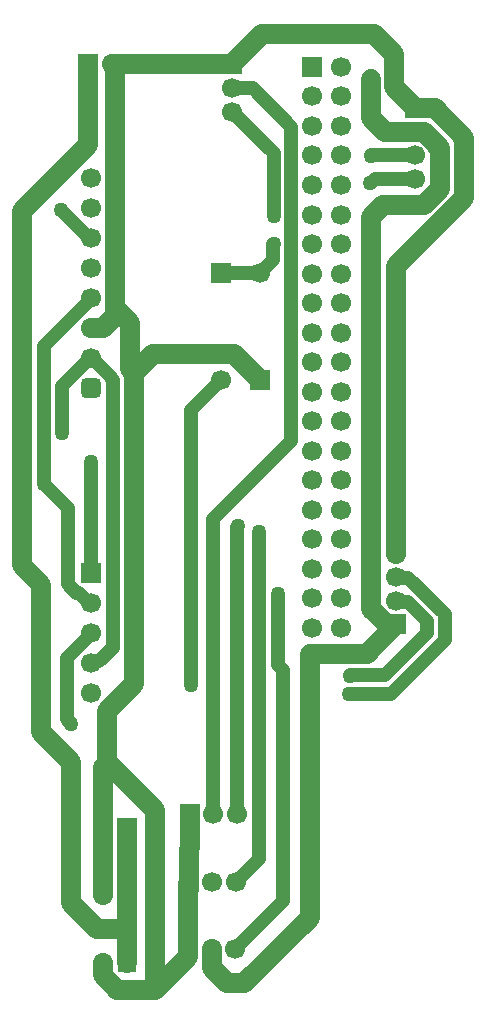
<source format=gbr>
G04*
G04 #@! TF.GenerationSoftware,Altium Limited,Altium Designer,24.5.2 (23)*
G04*
G04 Layer_Physical_Order=2*
G04 Layer_Color=16711680*
%FSLAX44Y44*%
%MOMM*%
G71*
G04*
G04 #@! TF.SameCoordinates,7D5F9B9D-7955-483F-804A-6CD0886EC014*
G04*
G04*
G04 #@! TF.FilePolarity,Positive*
G04*
G01*
G75*
%ADD10C,1.2000*%
%ADD11C,1.7000*%
%ADD13R,1.7000X1.7000*%
%ADD14C,1.7000*%
%ADD15R,1.7000X1.7000*%
%ADD16R,1.5000X1.5000*%
G04:AMPARAMS|DCode=17|XSize=1.7mm|YSize=1.7mm|CornerRadius=0.425mm|HoleSize=0mm|Usage=FLASHONLY|Rotation=90.000|XOffset=0mm|YOffset=0mm|HoleType=Round|Shape=RoundedRectangle|*
%AMROUNDEDRECTD17*
21,1,1.7000,0.8500,0,0,90.0*
21,1,0.8500,1.7000,0,0,90.0*
1,1,0.8500,0.4250,0.4250*
1,1,0.8500,0.4250,-0.4250*
1,1,0.8500,-0.4250,-0.4250*
1,1,0.8500,-0.4250,0.4250*
%
%ADD17ROUNDEDRECTD17*%
%ADD18C,1.2700*%
D10*
X330200Y760863D02*
X337213Y753850D01*
X309880Y845631D02*
X330200Y825311D01*
Y760863D02*
Y825311D01*
X309880Y845631D02*
Y962848D01*
X339537Y753850D02*
X347897Y745490D01*
X337213Y753850D02*
X339537D01*
X347897Y745490D02*
X349250D01*
X586220Y1100692D02*
X586409D01*
X589987Y1104270D02*
X623830D01*
X586409Y1100692D02*
X589987Y1104270D01*
X623830D02*
X623990Y1104110D01*
X486410Y1181100D02*
X519080Y1148430D01*
X469050Y1181100D02*
X486410D01*
X519080Y882520D02*
Y1148430D01*
X324904Y913406D02*
Y928488D01*
Y913406D02*
X324986Y913323D01*
Y889134D02*
Y913323D01*
Y889134D02*
X325120Y889000D01*
X309880Y962848D02*
X349250Y1002218D01*
X324904Y928488D02*
X348916Y952500D01*
X328930Y646619D02*
Y698823D01*
Y646619D02*
X332740Y642809D01*
Y642620D02*
Y642809D01*
X328930Y698823D02*
X349250Y719143D01*
X356557Y695647D02*
X368300Y707390D01*
X350207Y695647D02*
X356557D01*
X349250Y694690D02*
X350207Y695647D01*
X368300Y707390D02*
Y933784D01*
X366290Y935794D02*
Y936648D01*
X358779Y944140D02*
X358798D01*
X366290Y935794D02*
X368300Y933784D01*
X358798Y944140D02*
X366290Y936648D01*
X350420Y952500D02*
X358779Y944140D01*
X348916Y952500D02*
X350420D01*
X567690Y668020D02*
X603493D01*
X649014Y713542D01*
X434340Y675640D02*
Y908770D01*
X605790Y1193470D02*
X605924Y1193336D01*
X640030Y1130754D02*
X642530D01*
X634474Y719564D02*
Y729506D01*
X598654Y683744D02*
X634474Y719564D01*
X617634Y746346D02*
X634474Y729506D01*
X568744Y683744D02*
X598654D01*
X618197Y766346D02*
X649014Y735528D01*
Y713542D02*
Y735528D01*
X608484Y746346D02*
X617634D01*
X608484Y766346D02*
X618197D01*
X568610Y683610D02*
X568744Y683744D01*
X471800Y452120D02*
X512512Y492832D01*
X508000Y693001D02*
X512512Y688489D01*
Y492832D02*
Y688489D01*
X451800Y452120D02*
X451991Y451929D01*
X431300Y451620D02*
X431800Y452120D01*
X607910Y813650D02*
X609600Y815340D01*
X468890Y1201260D02*
X469050Y1201100D01*
X367030Y1201420D02*
X367190Y1201260D01*
X431800Y508000D02*
X432435Y508635D01*
X434340Y908770D02*
X459740Y934170D01*
X453070Y816510D02*
X519080Y882520D01*
X504190Y1073150D02*
Y1125960D01*
X508000Y693001D02*
Y753110D01*
X472435Y508635D02*
X492151Y528351D01*
X491490Y667001D02*
X492151Y666340D01*
Y528351D02*
Y666340D01*
X491490Y667001D02*
Y805180D01*
X473070Y809431D02*
X473710Y810071D01*
X473070Y566420D02*
Y809431D01*
X473710Y810071D02*
Y810260D01*
X349250Y719143D02*
Y720090D01*
X504056Y1035872D02*
Y1048886D01*
X469050Y1161100D02*
X504190Y1125960D01*
X504056Y1048886D02*
X504190Y1049020D01*
X349250Y770890D02*
Y864870D01*
X607910Y766920D02*
X608484Y766346D01*
X607910Y746920D02*
X608484Y746346D01*
X453070Y566420D02*
Y816510D01*
X324039Y1078230D02*
X348169Y1054100D01*
X323850Y1078230D02*
X324039D01*
X349250Y1002218D02*
Y1003300D01*
X348169Y1054100D02*
X349250D01*
X492760Y1024170D02*
Y1024576D01*
X504056Y1035872D01*
X459740Y1024170D02*
X492760D01*
X623830Y1144270D02*
X623990Y1144110D01*
X586740Y1123950D02*
X586820Y1124030D01*
X623910D02*
X623990Y1124110D01*
X586820Y1124030D02*
X623910D01*
D11*
X332740Y491490D02*
Y610870D01*
X307340Y636270D02*
X332740Y610870D01*
Y491490D02*
X354965Y469265D01*
X307340Y636270D02*
Y760730D01*
X290830Y777240D02*
X307340Y760730D01*
X290830Y777240D02*
Y1076960D01*
X607910Y813650D02*
Y1030820D01*
X665480Y1088390D01*
X631496Y1082040D02*
X645160Y1095704D01*
X665480Y1088390D02*
Y1139190D01*
X596698Y1082040D02*
X631496D01*
X645160Y1095704D02*
Y1130574D01*
X586740Y740456D02*
Y1072082D01*
X596698Y1082040D01*
X586740Y740456D02*
X600276Y726920D01*
X607910Y786920D02*
Y813650D01*
X402402Y956310D02*
X470620D01*
X386080Y939988D02*
X402402Y956310D01*
X470620D02*
X492760Y934170D01*
X382830Y943238D02*
Y982420D01*
X363220Y654050D02*
X386080Y676910D01*
Y939988D01*
X382830Y943238D02*
X386080Y939988D01*
X373380Y991870D02*
X382830Y982420D01*
X363220Y610870D02*
X403860Y570230D01*
Y417830D02*
Y570230D01*
X432895Y509095D02*
Y537210D01*
X433530Y537845D02*
Y565960D01*
X432435Y508635D02*
X432895Y509095D01*
Y537210D02*
X433530Y537845D01*
X433070Y566420D02*
X433530Y565960D01*
X451991Y435739D02*
Y451929D01*
Y435739D02*
X464763Y422967D01*
X478847D02*
X534670Y478790D01*
X464763Y422967D02*
X478847D01*
X640560Y1164110D02*
X665480Y1139190D01*
X642530Y1133204D02*
X645160Y1130574D01*
X631624Y1144110D02*
X642530Y1133204D01*
X623990Y1164110D02*
X640560D01*
X623990Y1144110D02*
X631624D01*
X600276Y726920D02*
X607910D01*
X373380Y1201260D02*
X468890D01*
X367190D02*
X373380D01*
X367190D02*
X369570Y1198880D01*
Y988060D02*
Y1198880D01*
X349250Y977900D02*
X359410D01*
X373380Y991870D01*
X605924Y1182176D02*
Y1193336D01*
Y1182176D02*
X623990Y1164110D01*
X605790Y1193470D02*
Y1210310D01*
X589280Y1226820D02*
X605790Y1210310D01*
X494770Y1226820D02*
X589280D01*
X586740Y1155700D02*
Y1189122D01*
X583300Y702310D02*
X607910Y726920D01*
X534670Y702310D02*
X583300D01*
X534670Y478790D02*
Y702310D01*
X354965Y469265D02*
X379730D01*
X290830Y1076960D02*
X347030Y1133160D01*
Y1201420D01*
X359730Y430077D02*
X371977Y417830D01*
X359730Y430077D02*
Y440690D01*
X431300Y445270D02*
Y451620D01*
X371977Y417830D02*
X403860D01*
X431300Y445270D01*
X359730Y497840D02*
Y554990D01*
Y605861D01*
X363220D02*
Y654050D01*
X586740Y1155700D02*
X598170Y1144270D01*
X469050Y1201100D02*
X494770Y1226820D01*
X431800Y452120D02*
Y508000D01*
X379730Y469265D02*
Y497840D01*
Y440690D02*
Y469265D01*
Y497840D02*
Y554990D01*
X598170Y1144270D02*
X623830D01*
D13*
X349250Y770890D02*
D03*
X623570Y1164270D02*
D03*
X469050Y1201100D02*
D03*
X492760Y934170D02*
D03*
X459740Y1024170D02*
D03*
X536340Y1199020D02*
D03*
X607910Y726920D02*
D03*
D14*
X349250Y745490D02*
D03*
Y720090D02*
D03*
Y694690D02*
D03*
Y669290D02*
D03*
X623570Y1104270D02*
D03*
Y1144270D02*
D03*
Y1124270D02*
D03*
X469050Y1181100D02*
D03*
Y1161100D02*
D03*
X452435Y508635D02*
D03*
X472435D02*
D03*
X471800Y452120D02*
D03*
X451800D02*
D03*
X459740Y934170D02*
D03*
X492760Y1024170D02*
D03*
X561340Y1149020D02*
D03*
Y1199020D02*
D03*
X536340Y1174020D02*
D03*
X561340D02*
D03*
X536340Y1149020D02*
D03*
Y1124020D02*
D03*
X561340D02*
D03*
X536340Y1099020D02*
D03*
X561340D02*
D03*
X536340Y1074020D02*
D03*
X561340D02*
D03*
X536340Y1049020D02*
D03*
X561340D02*
D03*
X536340Y1024020D02*
D03*
X561340D02*
D03*
X536340Y999020D02*
D03*
X561340D02*
D03*
X536340Y974020D02*
D03*
X561340D02*
D03*
X536340Y949020D02*
D03*
X561340D02*
D03*
X536340Y924020D02*
D03*
X561340D02*
D03*
X536340Y899020D02*
D03*
X561340D02*
D03*
X536340Y874020D02*
D03*
X561340D02*
D03*
X536340Y849020D02*
D03*
X561340D02*
D03*
X536340Y824020D02*
D03*
X561340D02*
D03*
X536340Y799020D02*
D03*
X561340D02*
D03*
X536340Y774020D02*
D03*
X561340D02*
D03*
X536340Y749020D02*
D03*
X561340D02*
D03*
X536340Y724020D02*
D03*
X561340D02*
D03*
X607910Y786920D02*
D03*
X367030Y1201420D02*
D03*
X359730Y554990D02*
D03*
Y497840D02*
D03*
Y440690D02*
D03*
X607910Y746920D02*
D03*
Y766920D02*
D03*
X473070Y566420D02*
D03*
X453070D02*
D03*
X349250Y977900D02*
D03*
Y1054100D02*
D03*
Y1003300D02*
D03*
Y952500D02*
D03*
Y1028700D02*
D03*
Y1079500D02*
D03*
Y1104900D02*
D03*
D15*
X432435Y508635D02*
D03*
X431800Y452120D02*
D03*
X379730Y554990D02*
D03*
X347030Y1201420D02*
D03*
X379730Y497840D02*
D03*
X433070Y566420D02*
D03*
D16*
X379730Y440690D02*
D03*
D17*
X349250Y927100D02*
D03*
D18*
X586220Y1100692D02*
D03*
X325120Y889000D02*
D03*
X567690Y668020D02*
D03*
X586740Y1189122D02*
D03*
X568610Y683610D02*
D03*
X434340Y675640D02*
D03*
X332740Y642620D02*
D03*
X605790Y1193470D02*
D03*
X504190Y1073150D02*
D03*
X508000Y753110D02*
D03*
X491490Y805180D02*
D03*
X473710Y810260D02*
D03*
X504190Y1049020D02*
D03*
X309880Y845820D02*
D03*
X349250Y864870D02*
D03*
X323850Y1078230D02*
D03*
X586740Y1123950D02*
D03*
M02*

</source>
